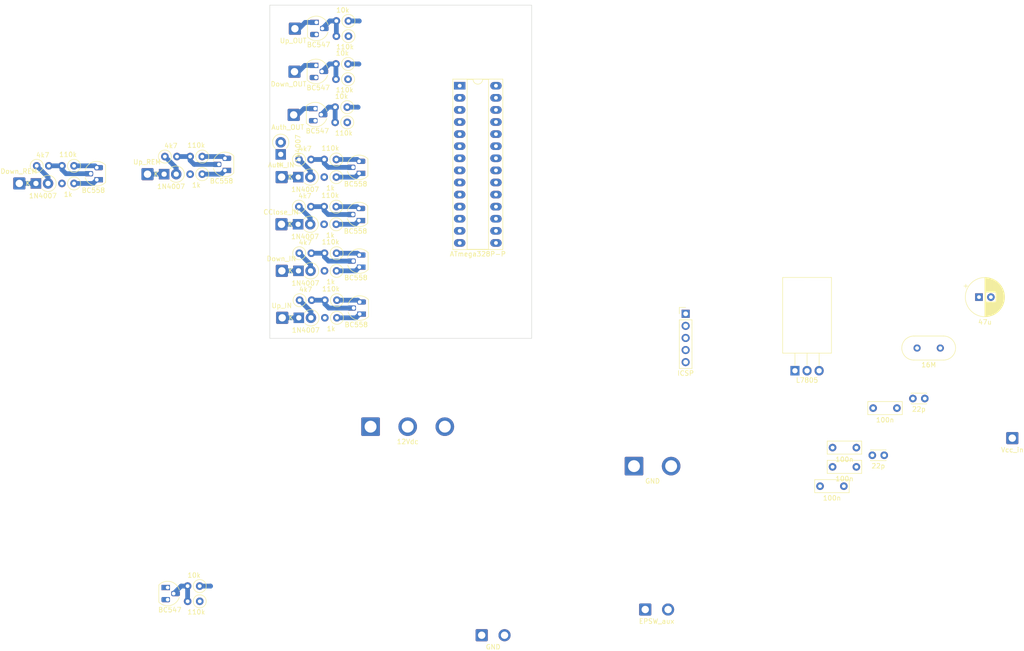
<source format=kicad_pcb>
(kicad_pcb (version 20211014) (generator pcbnew)
  (layers (0 "F.Cu" signal) (31 "B.Cu" signal) (34 "B.Paste" user) (35 "F.Paste" user) (36 "B.SilkS" user "B.Silkscreen") (37 "F.SilkS" user "F.Silkscreen") (38 "B.Mask" user) (39 "F.Mask" user) (44 "Edge.Cuts" user))
  (net 0 "")
  (net 1 "Net-(C1-Pad1)")
  (net 2 "GND")
  (net 3 "Net-(C2-Pad1)")
  (net 4 "Net-(C3-Pad1)")
  (net 5 "Net-(C4-Pad1)")
  (net 6 "Net-(C7-Pad1)")
  (net 7 "Net-(D2-Pad2)")
  (net 8 "Net-(D3-Pad2)")
  (net 9 "Net-(D4-Pad2)")
  (net 10 "Net-(D5-Pad2)")
  (net 11 "Net-(D6-Pad2)")
  (net 12 "Net-(D7-Pad2)")
  (net 13 "Net-(J5-Pad1)")
  (net 14 "Net-(J5-Pad2)")
  (net 15 "Net-(J5-Pad3)")
  (net 16 "Net-(J5-Pad4)")
  (net 17 "Net-(Q1-Pad2)")
  (net 18 "Net-(Q2-Pad2)")
  (net 19 "Net-(Q3-Pad2)")
  (net 20 "Net-(Q4-Pad1)")
  (net 21 "Net-(Q4-Pad2)")
  (net 22 "Net-(Q5-Pad1)")
  (net 23 "Net-(Q5-Pad2)")
  (net 24 "Net-(Q6-Pad1)")
  (net 25 "Net-(Q6-Pad2)")
  (net 26 "Net-(Q7-Pad1)")
  (net 27 "Net-(Q7-Pad2)")
  (net 28 "Net-(Q8-Pad1)")
  (net 29 "Net-(Q8-Pad2)")
  (net 30 "Net-(Q9-Pad1)")
  (net 31 "Net-(Q9-Pad2)")
  (net 32 "Net-(R11-Pad1)")
  (net 33 "Net-(R12-Pad1)")
  (net 34 "Net-(R13-Pad1)")
  (net 43 "Net-(D1-Pad1)")
  (net 44 "Net-(D1-Pad2)")
  (net 45 "Net-(D2-Pad1)")
  (net 46 "Net-(D3-Pad1)")
  (net 47 "Net-(D4-Pad1)")
  (net 48 "Net-(D6-Pad1)")
  (net 49 "Net-(D7-Pad1)")
  (net 50 "Net-(J3-Pad1)")
  (net 51 "Net-(J6-Pad1)")
  (net 52 "Net-(J7-Pad1)")
  (net 53 "Net-(Q10-Pad2)")
  (net 54 "Net-(J16-Pad1)")
  (footprint "Package_DIP:DIP-28_W7.62mm_Socket_LongPads" (layer "F.Cu") (at 139.878 46.93)
    (fp_text reference "U1" hide)
    (fp_text value "ATmega328P-P" (at 3.81 35.35) (layer "F.SilkS"))
    (pad "1" thru_hole rect (at 0 0) (size 2.4 1.6) (drill 0.8) (layers *.Cu *.Mask) (net 13 "Net-(J5-Pad1)"))
    (pad "2" thru_hole oval (at 0 2.54) (size 2.4 1.6) (drill 0.8) (layers *.Cu *.Mask))
    (pad "3" thru_hole oval (at 0 5.08) (size 2.4 1.6) (drill 0.8) (layers *.Cu *.Mask))
    (pad "4" thru_hole oval (at 0 7.62) (size 2.4 1.6) (drill 0.8) (layers *.Cu *.Mask))
    (pad "5" thru_hole oval (at 0 10.16) (size 2.4 1.6) (drill 0.8) (layers *.Cu *.Mask))
    (pad "6" thru_hole oval (at 0 12.7) (size 2.4 1.6) (drill 0.8) (layers *.Cu *.Mask))
    (pad "7" thru_hole oval (at 0 15.24) (size 2.4 1.6) (drill 0.8) (layers *.Cu *.Mask) (net 5 "Net-(C4-Pad1)"))
    (pad "8" thru_hole oval (at 0 17.78) (size 2.4 1.6) (drill 0.8) (layers *.Cu *.Mask) (net 2 "GND"))
    (pad "9" thru_hole oval (at 0 20.32) (size 2.4 1.6) (drill 0.8) (layers *.Cu *.Mask) (net 1 "Net-(C1-Pad1)"))
    (pad "10" thru_hole oval (at 0 22.86) (size 2.4 1.6) (drill 0.8) (layers *.Cu *.Mask) (net 3 "Net-(C2-Pad1)"))
    (pad "11" thru_hole oval (at 0 25.4) (size 2.4 1.6) (drill 0.8) (layers *.Cu *.Mask) (net 30 "Net-(Q9-Pad1)"))
    (pad "12" thru_hole oval (at 0 27.94) (size 2.4 1.6) (drill 0.8) (layers *.Cu *.Mask) (net 28 "Net-(Q8-Pad1)"))
    (pad "13" thru_hole oval (at 0 30.48) (size 2.4 1.6) (drill 0.8) (layers *.Cu *.Mask) (net 26 "Net-(Q7-Pad1)"))
    (pad "14" thru_hole oval (at 0 33.02) (size 2.4 1.6) (drill 0.8) (layers *.Cu *.Mask) (net 34 "Net-(R13-Pad1)"))
    (pad "15" thru_hole oval (at 7.62 33.02) (size 2.4 1.6) (drill 0.8) (layers *.Cu *.Mask) (net 33 "Net-(R12-Pad1)"))
    (pad "16" thru_hole oval (at 7.62 30.48) (size 2.4 1.6) (drill 0.8) (layers *.Cu *.Mask) (net 32 "Net-(R11-Pad1)"))
    (pad "17" thru_hole oval (at 7.62 27.94) (size 2.4 1.6) (drill 0.8) (layers *.Cu *.Mask) (net 14 "Net-(J5-Pad2)"))
    (pad "18" thru_hole oval (at 7.62 25.4) (size 2.4 1.6) (drill 0.8) (layers *.Cu *.Mask) (net 15 "Net-(J5-Pad3)"))
    (pad "19" thru_hole oval (at 7.62 22.86) (size 2.4 1.6) (drill 0.8) (layers *.Cu *.Mask) (net 16 "Net-(J5-Pad4)"))
    (pad "20" thru_hole oval (at 7.62 20.32) (size 2.4 1.6) (drill 0.8) (layers *.Cu *.Mask) (net 5 "Net-(C4-Pad1)"))
    (pad "21" thru_hole oval (at 7.62 17.78) (size 2.4 1.6) (drill 0.8) (layers *.Cu *.Mask) (net 6 "Net-(C7-Pad1)"))
    (pad "22" thru_hole oval (at 7.62 15.24) (size 2.4 1.6) (drill 0.8) (layers *.Cu *.Mask) (net 2 "GND"))
    (pad "23" thru_hole oval (at 7.62 12.7) (size 2.4 1.6) (drill 0.8) (layers *.Cu *.Mask) (net 24 "Net-(Q6-Pad1)"))
    (pad "24" thru_hole oval (at 7.62 10.16) (size 2.4 1.6) (drill 0.8) (layers *.Cu *.Mask) (net 22 "Net-(Q5-Pad1)"))
    (pad "25" thru_hole oval (at 7.62 7.62) (size 2.4 1.6) (drill 0.8) (layers *.Cu *.Mask) (net 20 "Net-(Q4-Pad1)"))
    (pad "26" thru_hole oval (at 7.62 5.08) (size 2.4 1.6) (drill 0.8) (layers *.Cu *.Mask))
    (pad "27" thru_hole oval (at 7.62 2.54) (size 2.4 1.6) (drill 0.8) (layers *.Cu *.Mask))
    (pad "28" thru_hole oval (at 7.62 0) (size 2.4 1.6) (drill 0.8) (layers *.Cu *.Mask))
  )
  (footprint "Diode_THT:D_DO-41_SOD81_P2.54mm_Vertical_KathodeUp" (layer "F.Cu") (at 77.795 65.505)
    (fp_text reference "D3" hide)
    (fp_text value "1N4007" (at 1.46 2.6) (layer "F.SilkS"))
    (fp_text user "K" (at -1.64 0) (layer "F.SilkS"))
    (pad "1" thru_hole rect (at 0 0) (size 2.2 2.2) (drill 1.1) (layers *.Cu *.Mask) (net 46 "Net-(D3-Pad1)"))
    (pad "2" thru_hole oval (at 2.54 0) (size 2.2 2.2) (drill 1.1) (layers *.Cu *.Mask) (net 8 "Net-(D3-Pad2)"))
  )
  (footprint "Capacitor_THT:C_Rect_L7.0mm_W2.5mm_P5.00mm" (layer "F.Cu") (at 215.57 131.04)
    (fp_text reference "C5" hide)
    (fp_text value "100n" (at 2.5 2.5) (layer "F.SilkS"))
    (pad "1" thru_hole circle (at 0 0) (size 1.6 1.6) (drill 0.8) (layers *.Cu *.Mask) (net 5 "Net-(C4-Pad1)"))
    (pad "2" thru_hole circle (at 5 0) (size 1.6 1.6) (drill 0.8) (layers *.Cu *.Mask) (net 2 "GND"))
  )
  (footprint "Connector_Wire:SolderWire-0.75sqmm_1x01_D1.25mm_OD2.3mm" (layer "F.Cu") (at 102.526 85.81)
    (fp_text reference "J10" hide)
    (fp_text value "Down_IN" (at -0.1 -2.55) (layer "F.SilkS"))
    (pad "1" thru_hole roundrect (at 0 0) (size 2.55 2.55) (drill 1.55) (layers *.Cu *.Mask) (roundrect_rratio 0.098039) (net 48 "Net-(D6-Pad1)"))
  )
  (footprint "Diode_THT:D_DO-41_SOD81_P2.54mm_Vertical_KathodeUp" (layer "F.Cu") (at 50.87 67.455)
    (fp_text reference "D4" hide)
    (fp_text value "1N4007" (at 1.46 2.6) (layer "F.SilkS"))
    (fp_text user "K" (at -1.64 0) (layer "F.SilkS"))
    (pad "1" thru_hole rect (at 0 0) (size 2.2 2.2) (drill 1.1) (layers *.Cu *.Mask) (net 47 "Net-(D4-Pad1)"))
    (pad "2" thru_hole oval (at 2.54 0) (size 2.2 2.2) (drill 1.1) (layers *.Cu *.Mask) (net 9 "Net-(D4-Pad2)"))
  )
  (footprint "Package_TO_SOT_THT:TO-220-3_Horizontal_TabDown" (layer "F.Cu") (at 210.3 106.79)
    (fp_text reference "U2" hide)
    (fp_text value "L7805" (at 2.54 2) (layer "F.SilkS"))
    (pad "" np_thru_hole oval (at 2.54 -16.66) (size 3.5 3.5) (drill 3.5) (layers *.Cu *.Mask))
    (pad "1" thru_hole rect (at 0 0) (size 1.905 2) (drill 1.1) (layers *.Cu *.Mask) (net 4 "Net-(C3-Pad1)"))
    (pad "2" thru_hole oval (at 2.54 0) (size 1.905 2) (drill 1.1) (layers *.Cu *.Mask) (net 2 "GND"))
    (pad "3" thru_hole oval (at 5.08 0) (size 1.905 2) (drill 1.1) (layers *.Cu *.Mask) (net 5 "Net-(C4-Pad1)"))
  )
  (footprint "Resistor_THT:R_Axial_DIN0207_L6.3mm_D2.5mm_P2.54mm_Vertical" (layer "F.Cu") (at 116.515 36.521 180)
    (fp_text reference "R2" hide)
    (fp_text value "110k" (at 0.725 -2.25) (layer "F.SilkS"))
    (pad "1" thru_hole circle (at 0 0 180) (size 1.6 1.6) (drill 0.8) (layers *.Cu *.Mask) (net 2 "GND"))
    (pad "2" thru_hole oval (at 2.54 0 180) (size 1.6 1.6) (drill 0.8) (layers *.Cu *.Mask) (net 17 "Net-(Q1-Pad2)"))
  )
  (footprint "Resistor_THT:R_Axial_DIN0207_L6.3mm_D2.5mm_P2.54mm_Vertical" (layer "F.Cu") (at 114.095 95.675 180)
    (fp_text reference "R24" hide)
    (fp_text value "1k" (at 1.245 -2.3) (layer "F.SilkS"))
    (pad "1" thru_hole circle (at 0 0 180) (size 1.6 1.6) (drill 0.8) (layers *.Cu *.Mask) (net 30 "Net-(Q9-Pad1)"))
    (pad "2" thru_hole oval (at 2.54 0 180) (size 1.6 1.6) (drill 0.8) (layers *.Cu *.Mask) (net 2 "GND"))
  )
  (footprint "Resistor_THT:R_Axial_DIN0207_L6.3mm_D2.5mm_P2.54mm_Vertical" (layer "F.Cu") (at 113.97 62.424 180)
    (fp_text reference "R16" hide)
    (fp_text value "110k" (at 1.27 2.37) (layer "F.SilkS"))
    (pad "1" thru_hole circle (at 0 0 180) (size 1.6 1.6) (drill 0.8) (layers *.Cu *.Mask) (net 5 "Net-(C4-Pad1)"))
    (pad "2" thru_hole oval (at 2.54 0 180) (size 1.6 1.6) (drill 0.8) (layers *.Cu *.Mask) (net 27 "Net-(Q7-Pad2)"))
  )
  (footprint "Resistor_THT:R_Axial_DIN0207_L6.3mm_D2.5mm_P2.54mm_Vertical" (layer "F.Cu") (at 116.261 54.6285 180)
    (fp_text reference "R4" hide)
    (fp_text value "110k" (at 0.725 -2.25) (layer "F.SilkS"))
    (pad "1" thru_hole circle (at 0 0 180) (size 1.6 1.6) (drill 0.8) (layers *.Cu *.Mask) (net 2 "GND"))
    (pad "2" thru_hole oval (at 2.54 0 180) (size 1.6 1.6) (drill 0.8) (layers *.Cu *.Mask) (net 19 "Net-(Q3-Pad2)"))
  )
  (footprint "Capacitor_THT:C_Disc_D3.0mm_W2.0mm_P2.50mm" (layer "F.Cu") (at 226.55 124.55)
    (fp_text reference "C1" hide)
    (fp_text value "22p" (at 1.25 2.25) (layer "F.SilkS"))
    (pad "1" thru_hole circle (at 0 0) (size 1.6 1.6) (drill 0.8) (layers *.Cu *.Mask) (net 1 "Net-(C1-Pad1)"))
    (pad "2" thru_hole circle (at 2.5 0) (size 1.6 1.6) (drill 0.8) (layers *.Cu *.Mask) (net 2 "GND"))
  )
  (footprint "Package_TO_SOT_THT:TO-92_HandSolder" (layer "F.Cu") (at 90.575 64.725 90)
    (fp_text reference "Q5" hide)
    (fp_text value "BC558" (at -2.23 -0.72) (layer "F.SilkS"))
    (pad "1" thru_hole rect (at 0 0 90) (size 1.1 1.8) (drill 0.75 (offset 0 0.4)) (layers *.Cu *.Mask) (net 22 "Net-(Q5-Pad1)"))
    (pad "2" thru_hole roundrect (at 1.27 -1.27 90) (size 1.1 1.8) (drill 0.75 (offset 0 -0.4)) (layers *.Cu *.Mask) (net 23 "Net-(Q5-Pad2)"))
    (pad "3" thru_hole roundrect (at 2.54 0 90) (size 1.1 1.8) (drill 0.75 (offset 0 0.4)) (layers *.Cu *.Mask) (net 5 "Net-(C4-Pad1)"))
  )
  (footprint "Package_TO_SOT_THT:TO-92_HandSolder" (layer "F.Cu") (at 118.87 94.895 90)
    (fp_text reference "Q9" hide)
    (fp_text value "BC558" (at -2.23 -0.72) (layer "F.SilkS"))
    (pad "1" thru_hole rect (at 0 0 90) (size 1.1 1.8) (drill 0.75 (offset 0 0.4)) (layers *.Cu *.Mask) (net 30 "Net-(Q9-Pad1)"))
    (pad "2" thru_hole roundrect (at 1.27 -1.27 90) (size 1.1 1.8) (drill 0.75 (offset 0 -0.4)) (layers *.Cu *.Mask) (net 31 "Net-(Q9-Pad2)"))
    (pad "3" thru_hole roundrect (at 2.54 0 90) (size 1.1 1.8) (drill 0.75 (offset 0 0.4)) (layers *.Cu *.Mask) (net 5 "Net-(C4-Pad1)"))
  )
  (footprint "Connector_Wire:SolderWire-0.75sqmm_1x01_D1.25mm_OD2.3mm" (layer "F.Cu") (at 102.6 95.675)
    (fp_text reference "J11" hide)
    (fp_text value "Up_IN" (at -0.1 -2.55) (layer "F.SilkS"))
    (pad "1" thru_hole roundrect (at 0 0) (size 2.55 2.55) (drill 1.55) (layers *.Cu *.Mask) (roundrect_rratio 0.098039) (net 49 "Net-(D7-Pad1)"))
  )
  (footprint "Resistor_THT:R_Axial_DIN0207_L6.3mm_D2.5mm_P2.54mm_Vertical" (layer "F.Cu") (at 58.875 63.755 180)
    (fp_text reference "R15" hide)
    (fp_text value "110k" (at 1.27 2.37 180) (layer "F.SilkS"))
    (pad "1" thru_hole circle (at 0 0 180) (size 1.6 1.6) (drill 0.8) (layers *.Cu *.Mask) (net 5 "Net-(C4-Pad1)"))
    (pad "2" thru_hole oval (at 2.54 0 180) (size 1.6 1.6) (drill 0.8) (layers *.Cu *.Mask) (net 25 "Net-(Q6-Pad2)"))
  )
  (footprint "Capacitor_THT:C_Rect_L7.0mm_W2.5mm_P5.00mm" (layer "F.Cu") (at 218.2 122.94)
    (fp_text reference "C6" hide)
    (fp_text value "100n" (at 2.5 2.5) (layer "F.SilkS"))
    (pad "1" thru_hole circle (at 0 0) (size 1.6 1.6) (drill 0.8) (layers *.Cu *.Mask) (net 5 "Net-(C4-Pad1)"))
    (pad "2" thru_hole circle (at 5 0) (size 1.6 1.6) (drill 0.8) (layers *.Cu *.Mask) (net 2 "GND"))
  )
  (footprint "Connector_Wire:SolderWire-0.75sqmm_1x01_D1.25mm_OD2.3mm" (layer "F.Cu") (at 47.38 67.455)
    (fp_text reference "J13" hide)
    (fp_text value "Down_REM" (at -0.1 -2.55) (layer "F.SilkS"))
    (pad "1" thru_hole roundrect (at 0 0) (size 2.55 2.55) (drill 1.55) (layers *.Cu *.Mask) (roundrect_rratio 0.098039) (net 47 "Net-(D4-Pad1)"))
  )
  (footprint "Resistor_THT:R_Axial_DIN0207_L6.3mm_D2.5mm_P2.54mm_Vertical" (layer "F.Cu") (at 85.27 152.025 180)
    (fp_text reference "R25" hide)
    (fp_text value "10k" (at 1.195 2.27) (layer "F.SilkS"))
    (pad "1" thru_hole circle (at 0 0 180) (size 1.6 1.6) (drill 0.8) (layers *.Cu *.Mask) (net 14 "Net-(J5-Pad2)"))
    (pad "2" thru_hole oval (at 2.54 0 180) (size 1.6 1.6) (drill 0.8) (layers *.Cu *.Mask) (net 53 "Net-(Q10-Pad2)"))
  )
  (footprint "Resistor_THT:R_Axial_DIN0207_L6.3mm_D2.5mm_P2.54mm_Vertical" (layer "F.Cu") (at 116.256 51.4285 180)
    (fp_text reference "R13" hide)
    (fp_text value "10k" (at 1.195 2.27) (layer "F.SilkS"))
    (pad "1" thru_hole circle (at 0 0 180) (size 1.6 1.6) (drill 0.8) (layers *.Cu *.Mask) (net 34 "Net-(R13-Pad1)"))
    (pad "2" thru_hole oval (at 2.54 0 180) (size 1.6 1.6) (drill 0.8) (layers *.Cu *.Mask) (net 19 "Net-(Q3-Pad2)"))
  )
  (footprint "Resistor_THT:R_Axial_DIN0207_L6.3mm_D2.5mm_P2.54mm_Vertical" (layer "F.Cu") (at 106.25 91.975)
    (fp_text reference "R9" hide)
    (fp_text value "4k7" (at 1.27 -2.25) (layer "F.SilkS"))
    (pad "1" thru_hole circle (at 0 0) (size 1.6 1.6) (drill 0.8) (layers *.Cu *.Mask) (net 12 "Net-(D7-Pad2)"))
    (pad "2" thru_hole oval (at 2.54 0) (size 1.6 1.6) (drill 0.8) (layers *.Cu *.Mask) (net 31 "Net-(Q9-Pad2)"))
  )
  (footprint "Package_TO_SOT_THT:TO-92_HandSolder" (layer "F.Cu") (at 109.516 51.7335 -90)
    (fp_text reference "Q3" hide)
    (fp_text value "BC547" (at 4.695 -0.47) (layer "F.SilkS"))
    (pad "1" thru_hole rect (at 0 0 270) (size 1.1 1.8) (drill 0.75 (offset 0 0.4)) (layers *.Cu *.Mask) (net 44 "Net-(D1-Pad2)"))
    (pad "2" thru_hole roundrect (at 1.27 -1.27 270) (size 1.1 1.8) (drill 0.75 (offset 0 -0.4)) (layers *.Cu *.Mask) (net 19 "Net-(Q3-Pad2)"))
    (pad "3" thru_hole roundrect (at 2.54 0 270) (size 1.1 1.8) (drill 0.75 (offset 0 0.4)) (layers *.Cu *.Mask) (net 2 "GND"))
  )
  (footprint "Resistor_THT:R_Axial_DIN0207_L6.3mm_D2.5mm_P2.54mm_Vertical" (layer "F.Cu") (at 113.941 76.03 180)
    (fp_text reference "R19" hide)
    (fp_text value "1k" (at 1.245 -2.3) (layer "F.SilkS"))
    (pad "1" thru_hole circle (at 0 0 180) (size 1.6 1.6) (drill 0.8) (layers *.Cu *.Mask) (net 20 "Net-(Q4-Pad1)"))
    (pad "2" thru_hole oval (at 2.54 0 180) (size 1.6 1.6) (drill 0.8) (layers *.Cu *.Mask) (net 2 "GND"))
  )
  (footprint "Diode_THT:D_DO-41_SOD81_P2.54mm_Vertical_KathodeUp" (layer "F.Cu") (at 105.936 76.03)
    (fp_text reference "D2" hide)
    (fp_text value "1N4007" (at 1.46 2.6) (layer "F.SilkS"))
    (fp_text user "K" (at -1.64 0) (layer "F.SilkS"))
    (pad "1" thru_hole rect (at 0 0) (size 2.2 2.2) (drill 1.1) (layers *.Cu *.Mask) (net 45 "Net-(D2-Pad1)"))
    (pad "2" thru_hole oval (at 2.54 0) (size 2.2 2.2) (drill 1.1) (layers *.Cu *.Mask) (net 7 "Net-(D2-Pad2)"))
  )
  (footprint "Resistor_THT:R_Axial_DIN0207_L6.3mm_D2.5mm_P2.54mm_Vertical" (layer "F.Cu") (at 116.4255 42.358 180)
    (fp_text reference "R12" hide)
    (fp_text value "10k" (at 1.195 2.27) (layer "F.SilkS"))
    (pad "1" thru_hole circle (at 0 0 180) (size 1.6 1.6) (drill 0.8) (layers *.Cu *.Mask) (net 33 "Net-(R12-Pad1)"))
    (pad "2" thru_hole oval (at 2.54 0 180) (size 1.6 1.6) (drill 0.8) (layers *.Cu *.Mask) (net 18 "Net-(Q2-Pad2)"))
  )
  (footprint "Connector_Wire:SolderWire-0.75sqmm_1x01_D1.25mm_OD2.3mm" (layer "F.Cu") (at 255.95 120.95)
    (fp_text reference "J1" hide)
    (fp_text value "Vcc_in" (at 0 2.47) (layer "F.SilkS"))
    (pad "1" thru_hole roundrect (at 0 0) (size 2.55 2.55) (drill 1.55) (layers *.Cu *.Mask) (roundrect_rratio 0.098039) (net 4 "Net-(C3-Pad1)"))
  )
  (footprint "Diode_THT:D_DO-41_SOD81_P2.54mm_Vertical_KathodeUp" (layer "F.Cu") (at 106.09 95.675)
    (fp_text reference "D7" hide)
    (fp_text value "1N4007" (at 1.46 2.6) (layer "F.SilkS"))
    (fp_text user "K" (at -1.64 0) (layer "F.SilkS"))
    (pad "1" thru_hole rect (at 0 0) (size 2.2 2.2) (drill 1.1) (layers *.Cu *.Mask) (net 49 "Net-(D7-Pad1)"))
    (pad "2" thru_hole oval (at 2.54 0) (size 2.2 2.2) (drill 1.1) (layers *.Cu *.Mask) (net 12 "Net-(D7-Pad2)"))
  )
  (footprint "Package_TO_SOT_THT:TO-92_HandSolder" (layer "F.Cu") (at 109.6855 42.663 -90)
    (fp_text reference "Q2" hide)
    (fp_text value "BC547" (at 4.695 -0.47) (layer "F.SilkS"))
    (pad "1" thru_hole rect (at 0 0 270) (size 1.1 1.8) (drill 0.75 (offset 0 0.4)) (layers *.Cu *.Mask) (net 52 "Net-(J7-Pad1)"))
    (pad "2" thru_hole roundrect (at 1.27 -1.27 270) (size 1.1 1.8) (drill 0.75 (offset 0 -0.4)) (layers *.Cu *.Mask) (net 18 "Net-(Q2-Pad2)"))
    (pad "3" thru_hole roundrect (at 2.54 0 270) (size 1.1 1.8) (drill 0.75 (offset 0 0.4)) (layers *.Cu *.Mask) (net 2 "GND"))
  )
  (footprint "Connector_PinHeader_2.54mm:PinHeader_1x05_P2.54mm_Vertical" (layer "F.Cu") (at 187.34 94.83)
    (fp_text reference "J5" hide)
    (fp_text value "ICSP" (at 0 12.49) (layer "F.SilkS"))
    (pad "1" thru_hole rect (at 0 0) (size 1.7 1.7) (drill 1) (layers *.Cu *.Mask) (net 13 "Net-(J5-Pad1)"))
    (pad "2" thru_hole oval (at 0 2.54) (size 1.7 1.7) (drill 1) (layers *.Cu *.Mask) (net 14 "Net-(J5-Pad2)"))
    (pad "3" thru_hole oval (at 0 5.08) (size 1.7 1.7) (drill 1) (layers *.Cu *.Mask) (net 15 "Net-(J5-Pad3)"))
    (pad "4" thru_hole oval (at 0 7.62) (size 1.7 1.7) (drill 1) (layers *.Cu *.Mask) (net 16 "Net-(J5-Pad4)"))
    (pad "5" thru_hole oval (at 0 10.16) (size 1.7 1.7) (drill 1) (layers *.Cu *.Mask) (net 2 "GND"))
  )
  (footprint "Connector_Wire:SolderWire-0.75sqmm_1x01_D1.25mm_OD2.3mm" (layer "F.Cu") (at 105.1805 43.983)
    (fp_text reference "J7" hide)
    (fp_text value "Down_OUT" (at -1.25 2.6) (layer "F.SilkS"))
    (pad "1" thru_hole roundrect (at 0 0) (size 2.55 2.55) (drill 1.55) (layers *.Cu *.Mask) (roundrect_rratio 0.098039) (net 52 "Net-(J7-Pad1)"))
  )
  (footprint "Connector_Wire:SolderWire-0.75sqmm_1x02_P4.8mm_D1.25mm_OD2.3mm" (layer "F.Cu") (at 144.5 162.35)
    (fp_text reference "J2" hide)
    (fp_text value "GND" (at 2.4 2.47) (layer "F.SilkS"))
    (pad "1" thru_hole roundrect (at 0 0) (size 2.55 2.55) (drill 1.55) (layers *.Cu *.Mask) (roundrect_rratio 0.098039) (net 2 "GND"))
    (pad "2" thru_hole circle (at 4.8 0) (size 2.55 2.55) (drill 1.55) (layers *.Cu *.Mask) (net 2 "GND"))
  )
  (footprint "Resistor_THT:R_Axial_DIN0207_L6.3mm_D2.5mm_P2.54mm_Vertical" (layer "F.Cu") (at 106.096 72.33)
    (fp_text reference "R1" hide)
    (fp_text value "4k7" (at 1.27 -2.25) (layer "F.SilkS"))
    (pad "1" thru_hole circle (at 0 0) (size 1.6 1.6) (drill 0.8) (layers *.Cu *.Mask) (net 7 "Net-(D2-Pad2)"))
    (pad "2" thru_hole oval (at 2.54 0) (size 1.6 1.6) (drill 0.8) (layers *.Cu *.Mask) (net 21 "Net-(Q4-Pad2)"))
  )
  (footprint "Capacitor_THT:C_Disc_D3.0mm_W2.0mm_P2.50mm" (layer "F.Cu") (at 235.07 112.63)
    (fp_text reference "C2" hide)
    (fp_text value "22p" (at 1.25 2.25) (layer "F.SilkS"))
    (pad "1" thru_hole circle (at 0 0) (size 1.6 1.6) (drill 0.8) (layers *.Cu *.Mask) (net 3 "Net-(C2-Pad1)"))
    (pad "2" thru_hole circle (at 2.5 0) (size 1.6 1.6) (drill 0.8) (layers *.Cu *.Mask) (net 2 "GND"))
  )
  (footprint "Crystal:Crystal_HC49-U_Vertical" (layer "F.Cu") (at 235.95 102.03)
    (fp_text reference "Y1" hide)
    (fp_text value "16M" (at 2.44 3.525) (layer "F.SilkS"))
    (pad "1" thru_hole circle (at 0 0) (size 1.5 1.5) (drill 0.8) (layers *.Cu *.Mask) (net 3 "Net-(C2-Pad1)"))
    (pad "2" thru_hole circle (at 4.88 0) (size 1.5 1.5) (drill 0.8) (layers *.Cu *.Mask) (net 1 "Net-(C1-Pad1)"))
  )
  (footprint "Package_TO_SOT_THT:TO-92_HandSolder" (layer "F.Cu") (at 118.716 75.25 90)
    (fp_text reference "Q4" hide)
    (fp_text value "BC558" (at -2.23 -0.72) (layer "F.SilkS"))
    (pad "1" thru_hole rect (at 0 0 90) (size 1.1 1.8) (drill 0.75 (offset 0 0.4)) (layers *.Cu *.Mask) (net 20 "Net-(Q4-Pad1)"))
    (pad "2" thru_hole roundrect (at 1.27 -1.27 90) (size 1.1 1.8) (drill 0.75 (offset 0 -0.4)) (layers *.Cu *.Mask) (net 21 "Net-(Q4-Pad2)"))
    (pad "3" thru_hole roundrect (at 2.54 0 90) (size 1.1 1.8) (drill 0.75 (offset 0 0.4)) (layers *.Cu *.Mask) (net 5 "Net-(C4-Pad1)"))
  )
  (footprint "Connector_Wire:SolderWire-2sqmm_1x03_P7.8mm_D2mm_OD3.9mm" (layer "F.Cu") (at 121.156 118.542)
    (fp_text reference "J16" hide)
    (fp_text value "12Vdc" (at 7.8 3.15) (layer "F.SilkS"))
    (pad "1" thru_hole roundrect (at 0 0) (size 3.9 3.9) (drill 2.5) (layers *.Cu *.Mask) (roundrect_rratio 0.064103) (net 54 "Net-(J16-Pad1)"))
    (pad "2" thru_hole circle (at 7.8 0) (size 3.9 3.9) (drill 2.5) (layers *.Cu *.Mask) (net 54 "Net-(J16-Pad1)"))
    (pad "3" thru_hole circle (at 15.6 0) (size 3.9 3.9) (drill 2.5) (layers *.Cu *.Mask) (net 54 "Net-(J16-Pad1)"))
  )
  (footprint "Connector_Wire:SolderWire-0.75sqmm_1x02_P4.8mm_D1.25mm_OD2.3mm" (layer "F.Cu") (at 178.85 156.95)
    (fp_text reference "J3" hide)
    (fp_text value "EPSW_aux" (at 2.4 2.47) (layer "F.SilkS"))
    (pad "1" thru_hole roundrect (at 0 0) (size 2.55 2.55) (drill 1.55) (layers *.Cu *.Mask) (roundrect_rratio 0.098039) (net 50 "Net-(J3-Pad1)"))
    (pad "2" thru_hole circle (at 4.8 0) (size 2.55 2.55) (drill 1.55) (layers *.Cu *.Mask) (net 5 "Net-(C4-Pad1)"))
  )
  (footprint "Diode_THT:D_DO-41_SOD81_P2.54mm_Vertical_KathodeUp" (layer "F.Cu") (at 105.965 66.124)
    (fp_text reference "D5" hide)
    (fp_text value "1N4007" (at 1.46 2.6) (layer "F.SilkS"))
    (fp_text user "K" (at -1.64 0) (layer "F.SilkS"))
    (pad "1" thru_hole rect (at 0 0) (size 2.2 2.2) (drill 1.1) (layers *.Cu *.Mask) (net 43 "Net-(D1-Pad1)"))
    (pad "2" thru_hole oval (at 2.54 0) (size 2.2 2.2) (drill 1.1) (layers *.Cu *.Mask) (net 10 "Net-(D5-Pad2)"))
  )
  (footprint "Resistor_THT:R_Axial_DIN0207_L6.3mm_D2.5mm_P2.54mm_Vertical" (layer "F.Cu") (at 51.03 63.755)
    (fp_text reference "R6" hide)
    (fp_text value "4k7" (at 1.27 -2.25) (layer "F.SilkS"))
    (pad "1" thru_hole circle (at 0 0) (size 1.6 1.6) (drill 0.8) (layers *.Cu *.Mask) (net 9 "Net-(D4-Pad2)"))
    (pad "2" thru_hole oval (at 2.54 0) (size 1.6 1.6) (drill 0.8) (layers *.Cu *.Mask) (net 25 "Net-(Q6-Pad2)"))
  )
  (footprint "Package_TO_SOT_THT:TO-92_HandSolder" (layer "F.Cu") (at 109.77 33.626 -90)
    (fp_text reference "Q1" hide)
    (fp_text value "BC547" (at 4.695 -0.47) (layer "F.SilkS"))
    (pad "1" thru_hole rect (at 0 0 270) (size 1.1 1.8) (drill 0.75 (offset 0 0.4)) (layers *.Cu *.Mask) (net 51 "Net-(J6-Pad1)"))
    (pad "2" thru_hole roundrect (at 1.27 -1.27 270) (size 1.1 1.8) (drill 0.75 (offset 0 -0.4)) (layers *.Cu *.Mask) (net 17 "Net-(Q1-Pad2)"))
    (pad "3" thru_hole roundrect (at 2.54 0 270) (size 1.1 1.8) (drill 0.75 (offset 0 0.4)) (layers *.Cu *.Mask) (net 2 "GND"))
  )
  (footprint "Diode_THT:D_DO-41_SOD81_P2.54mm_Vertical_KathodeUp" (layer "F.Cu") (at 106.016 85.81)
    (fp_text reference "D6" hide)
    (fp_text value "1N4007" (at 1.46 2.6) (layer "F.SilkS"))
    (fp_text user "K" (at -1.64 0) (layer "F.SilkS"))
    (pad "1" thru_hole rect (at 0 0) (size 2.2 2.2) (drill 1.1) (layers *.Cu *.Mask) (net 48 "Net-(D6-Pad1)"))
    (pad "2" thru_hole oval (at 2.54 0) (size 2.2 2.2) (drill 1.1) (layers *.Cu *.Mask) (net 11 "Net-(D6-Pad2)"))
  )
  (footprint "Resistor_THT:R_Axial_DIN0207_L6.3mm_D2.5mm_P2.54mm_Vertical" (layer "F.Cu") (at 85.275 155.225 180)
    (fp_text reference "R26" hide)
    (fp_text value "110k" (at 0.725 -2.25) (layer "F.SilkS"))
    (pad "1" thru_hole circle (at 0 0 180) (size 1.6 1.6) (drill 0.8) (layers *.Cu *.Mask) (net 2 "GND"))
    (pad "2" thru_hole oval (at 2.54 0 180) (size 1.6 1.6) (drill 0.8) (layers *.Cu *.Mask) (net 53 "Net-(Q10-Pad2)"))
  )
  (footprint "Package_TO_SOT_THT:TO-92_HandSolder" (layer "F.Cu") (at 118.796 85.03 90)
    (fp_text reference "Q8" hide)
    (fp_text value "BC558" (at -2.23 -0.72) (layer "F.SilkS"))
    (pad "1" thru_hole rect (at 0 0 90) (size 1.1 1.8) (drill 0.75 (offset 0 0.4)) (layers *.Cu *.Mask) (net 28 "Net-(Q8-Pad1)"))
    (pad "2" thru_hole roundrect (at 1.27 -1.27 90) (size 1.1 1.8) (drill 0.75 (offset 0 -0.4)) (layers *.Cu *.Mask) (net 29 "Net-(Q8-Pad2)"))
    (pad "3" thru_hole roundrect (at 2.54 0 90) (size 1.1 1.8) (drill 0.75 (offset 0 0.4)) (layers *.Cu *.Mask) (net 5 "Net-(C4-Pad1)"))
  )
  (footprint "Resistor_THT:R_Axial_DIN0207_L6.3mm_D2.5mm_P2.54mm_Vertical" (layer "F.Cu") (at 113.97 66.124 180)
    (fp_text reference "R22" hide)
    (fp_text value "1k" (at 1.245 -2.3) (layer "F.SilkS"))
    (pad "1" thru_hole circle (at 0 0 180) (size 1.6 1.6) (drill 0.8) (layers *.Cu *.Mask) (net 26 "Net-(Q7-Pad1)"))
    (pad "2" thru_hole oval (at 2.54 0 180) (size 1.6 1.6) (drill 0.8) (layers *.Cu *.Mask) (net 2 "GND"))
  )
  (footprint "Diode_THT:D_DO-41_SOD81_P2.54mm_Vertical_KathodeUp" (layer "F.Cu") (at 102.286 61.352234 90)
    (fp_text reference "D1" hide)
    (fp_text value "1N4007" (at 1.27 3.639635 90) (layer "F.SilkS"))
    (fp_text user "K" (at -2.1 0 90) (layer "F.SilkS"))
    (pad "1" thru_hole rect (at 0 0 90) (size 2.2 2.2) (drill 1.1) (layers *.Cu *.Mask) (net 43 "Net-(D1-Pad1)"))
    (pad "2" thru_hole oval (at 2.54 0 90) (size 2.2 2.2) (drill 1.1) (layers *.Cu *.Mask) (net 44 "Net-(D1-Pad2)"))
  )
  (footprint "Package_TO_SOT_THT:TO-92_HandSolder" (layer "F.Cu") (at 118.745 65.344 90)
    (fp_text reference "Q7" hide)
    (fp_text value "BC558" (at -2.23 -0.72) (layer "F.SilkS"))
    (pad "1" thru_hole rect (at 0 0 90) (size 1.1 1.8) (drill 0.75 (offset 0 0.4)) (layers *.Cu *.Mask) (net 26 "Net-(Q7-Pad1)"))
    (pad "2" thru_hole roundrect (at 1.27 -1.27 90) (size 1.1 1.8) (drill 0.75 (offset 0 -0.4)) (layers *.Cu *.Mask) (net 27 "Net-(Q7-Pad2)"))
    (pad "3" thru_hole roundrect (at 2.54 0 90) (size 1.1 1.8) (drill 0.75 (offset 0 0.4)) (layers *.Cu *.Mask) (net 5 "Net-(C4-Pad1)"))
  )
  (footprint "Resistor_THT:R_Axial_DIN0207_L6.3mm_D2.5mm_P2.54mm_Vertical" (layer "F.Cu") (at 116.51 33.321 180)
    (fp_text reference "R11" hide)
    (fp_text value "10k" (at 1.195 2.27) (layer "F.SilkS"))
    (pad "1" thru_hole circle (at 0 0 180) (size 1.6 1.6) (drill 0.8) (layers *.Cu *.Mask) (net 32 "Net-(R11-Pad1)"))
    (pad "2" thru_hole oval (at 2.54 0 180) (size 1.6 1.6) (drill 0.8) (layers *.Cu *.Mask) (net 17 "Net-(Q1-Pad2)"))
  )
  (footprint "Resistor_THT:R_Axial_DIN0207_L6.3mm_D2.5mm_P2.54mm_Vertical" (layer "F.Cu") (at 58.875 67.455 180)
    (fp_text reference "R21" hide)
    (fp_text value "1k" (at 1.245 -2.3 180) (layer "F.SilkS"))
    (pad "1" thru_hole circle (at 0 0 180) (size 1.6 1.6) (drill 0.8) (layers *.Cu *.Mask) (net 24 "Net-(Q6-Pad1)"))
    (pad "2" thru_hole oval (at 2.54 0 180) (size 1.6 1.6) (drill 0.8) (layers *.Cu *.Mask) (net 2 "GND"))
  )
  (footprint "Resistor_THT:R_Axial_DIN0207_L6.3mm_D2.5mm_P2.54mm_Vertical" (layer "F.Cu") (at 106.176 82.11)
    (fp_text reference "R8" hide)
    (fp_text value "4k7" (at 1.27 -2.25) (layer "F.SilkS"))
    (pad "1" thru_hole circle (at 0 0) (size 1.6 1.6) (drill 0.8) (layers *.Cu *.Mask) (net 11 "Net-(D6-Pad2)"))
    (pad "2" thru_hole oval (at 2.54 0) (size 1.6 1.6) (drill 0.8) (layers *.Cu *.Mask) (net 29 "Net-(Q8-Pad2)"))
  )
  (footprint "Connector_Wire:SolderWire-0.75sqmm_1x01_D1.25mm_OD2.3mm" (layer "F.Cu") (at 102.475 66.124)
    (fp_text reference "J9" hide)
    (fp_text value "Auth_IN" (at -0.1 -2.55) (layer "F.SilkS"))
    (pad "1" thru_hole roundrect (at 0 0) (size 2.55 2.55) (drill 1.55) (layers *.Cu *.Mask) (roundrect_rratio 0.098039) (net 43 "Net-(D1-Pad1)"))
  )
  (footprint "Capacitor_THT:C_Rect_L7.0mm_W2.5mm_P5.00mm" (layer "F.Cu") (at 218.2 126.99)
    (fp_text reference "C4" hide)
    (fp_text value "100n" (at 2.5 2.5) (layer "F.SilkS"))
    (pad "1" thru_hole circle (at 0 0) (size 1.6 1.6) (drill 0.8) (layers *.Cu *.Mask) (net 5 "Net-(C4-Pad1)"))
    (pad "2" thru_hole circle (at 5 0) (size 1.6 1.6) (drill 0.8) (layers *.Cu *.Mask) (net 2 "GND"))
  )
  (footprint "Connector_Wire:SolderWire-0.75sqmm_1x01_D1.25mm_OD2.3mm" (layer "F.Cu") (at 105.011 53.0535)
    (fp_text reference "J8" hide)
    (fp_text value "Auth_OUT" (at -1.25 2.6) (layer "F.SilkS"))
    (pad "1" thru_hole roundrect (at 0 0) (size 2.55 2.55) (drill 1.55) (layers *.Cu *.Mask) (roundrect_rratio 0.098039) (net 44 "Net-(D1-Pad2)"))
  )
  (footprint "Package_TO_SOT_THT:TO-92_HandSolder" (layer "F.Cu") (at 63.65 66.675 90)
    (fp_text reference "Q6" hide)
    (fp_text value "BC558" (at -2.23 -0.72 180) (layer "F.SilkS"))
    (pad "1" thru_hole rect (at 0 0 90) (size 1.1 1.8) (drill 0.75 (offset 0 0.4)) (layers *.Cu *.Mask) (net 24 "Net-(Q6-Pad1)"))
    (pad "2" thru_hole roundrect (at 1.27 -1.27 90) (size 1.1 1.8) (drill 0.75 (offset 0 -0.4)) (layers *.Cu *.Mask) (net 25 "Net-(Q6-Pad2)"))
    (pad "3" thru_hole roundrect (at 2.54 0 90) (size 1.1 1.8) (drill 0.75 (offset 0 0.4)) (layers *.Cu *.Mask) (net 5 "Net-(C4-Pad1)"))
  )
  (footprint "Resistor_THT:R_Axial_DIN0207_L6.3mm_D2.5mm_P2.54mm_Vertical" (layer "F.Cu") (at 85.8 65.505 180)
    (fp_text reference "R20" hide)
    (fp_text value "1k" (at 1.245 -2.3) (layer "F.SilkS"))
    (pad "1" thru_hole circle (at 0 0 180) (size 1.6 1.6) (drill 0.8) (layers *.Cu *.Mask) (net 22 "Net-(Q5-Pad1)"))
    (pad "2" thru_hole oval (at 2.54 0 180) (size 1.6 1.6) (drill 0.8) (layers *.Cu *.Mask) (net 2 "GND"))
  )
  (footprint "Connector_Wire:SolderWire-0.75sqmm_1x01_D1.25mm_OD2.3mm" (layer "F.Cu") (at 102.446 76.03)
    (fp_text reference "J14" hide)
    (fp_text value "CClose_IN" (at -0.1 -2.55) (layer "F.SilkS"))
    (pad "1" thru_hole roundrect (at 0 0) (size 2.55 2.55) (drill 1.55) (layers *.Cu *.Mask) (roundrect_rratio 0.098039) (net 45 "Net-(D2-Pad1)"))
  )
  (footprint "Package_TO_SOT_THT:TO-92_HandSolder" (layer "F.Cu") (at 78.53 152.33 -90)
    (fp_text reference "Q10" hide)
    (fp_text value "BC547" (at 4.695 -0.47 180) (layer "F.SilkS"))
    (pad "1" thru_hole rect (at 0 0 270) (size 1.1 1.8) (drill 0.75 (offset 0 0.4)) (layers *.Cu *.Mask) (net 50 "Net-(J3-Pad1)"))
    (pad "2" thru_hole roundrect (at 1.27 -1.27 270) (size 1.1 1.8) (drill 0.75 (offset 0 -0.4)) (layers *.Cu *.Mask) (net 53 "Net-(Q10-Pad2)"))
    (pad "3" thru_hole roundrect (at 2.54 0 270) (size 1.1 1.8) (drill 0.75 (offset 0 0.4)) (layers *.Cu *.Mask) (net 2 "GND"))
  )
  (footprint "Connector_Wire:SolderWire-0.75sqmm_1x01_D1.25mm_OD2.3mm" (layer "F.Cu") (at 105.265 34.946)
    (fp_text reference "J6" hide)
    (fp_text value "Up_OUT" (at -0.35 2.525) (layer "F.SilkS"))
    (pad "1" thru_hole roundrect (at 0 0) (size 2.55 2.55) (drill 1.55) (layers *.Cu *.Mask) (roundrect_rratio 0.098039) (net 51 "Net-(J6-Pad1)"))
  )
  (footprint "Resistor_THT:R_Axial_DIN0207_L6.3mm_D2.5mm_P2.54mm_Vertical" (layer "F.Cu") (at 106.125 62.424)
    (fp_text reference "R7" hide)
    (fp_text value "4k7" (at 1.27 -2.25) (layer "F.SilkS"))
    (pad "1" thru_hole circle (at 0 0) (size 1.6 1.6) (drill 0.8) (layers *.Cu *.Mask) (net 10 "Net-(D5-Pad2)"))
    (pad "2" thru_hole oval (at 2.54 0) (size 1.6 1.6) (drill 0.8) (layers *.Cu *.Mask) (net 27 "Net-(Q7-Pad2)"))
  )
  (footprint "Resistor_THT:R_Axial_DIN0207_L6.3mm_D2.5mm_P2.54mm_Vertical" (layer "F.Cu") (at 114.095 91.975 180)
    (fp_text reference "R18" hide)
    (fp_text value "110k" (at 1.27 2.37) (layer "F.SilkS"))
    (pad "1" thru_hole circle (at 0 0 180) (size 1.6 1.6) (drill 0.8) (layers *.Cu *.Mask) (net 5 "Net-(C4-Pad1)"))
    (pad "2" thru_hole oval (at 2.54 0 180) (size 1.6 1.6) (drill 0.8) (layers *.Cu *.Mask) (net 31 "Net-(Q9-Pad2)"))
  )
  (footprint "Capacitor_THT:CP_Radial_D8.0mm_P2.50mm" (layer "F.Cu") (at 248.954698 91.33)
    (fp_text reference "C3" hide)
    (fp_text value "47u" (at 1.25 5.25) (layer "F.SilkS"))
    (pad "1" thru_hole rect (at 0 0) (size 1.6 1.6) (drill 0.8) (layers *.Cu *.Mask) (net 4 "Net-(C3-Pad1)"))
    (pad "2" thru_hole circle (at 2.5 0) (size 1.6 1.6) (drill 0.8) (layers *.Cu *.Mask) (net 2 "GND"))
  )
  (footprint "Resistor_THT:R_Axial_DIN0207_L6.3mm_D2.5mm_P2.54mm_Vertical" (layer "F.Cu") (at 85.8 61.805 180)
    (fp_text reference "R14" hide)
    (fp_text value "110k" (at 1.27 2.37) (layer "F.SilkS"))
    (pad "1" thru_hole circle (at 0 0 180) (size 1.6 1.6) (drill 0.8) (layers *.Cu *.Mask) (net 5 "Net-(C4-Pad1)"))
    (pad "2" thru_hole oval (at 2.54 0 180) (size 1.6 1.6) (drill 0.8) (layers *.Cu *.Mask) (net 23 "Net-(Q5-Pad2)"))
  )
  (footprint "Resistor_THT:R_Axial_DIN0207_L6.3mm_D2.5mm_P2.54mm_Vertical" (layer "F.Cu") (at 116.4305 45.558 180)
    (fp_text reference "R3" hide)
    (fp_text value "110k" (at 0.725 -2.25) (layer "F.SilkS"))
    (pad "1" thru_hole circle (at 0 0 180) (size 1.6 1.6) (drill 0.8) (layers *.Cu *.Mask) (net 2 "GND"))
    (pad "2" thru_hole oval (at 2.54 0 180) (size 1.6 1.6) (drill 0.8) (layers *.Cu *.Mask) (net 18 "Net-(Q2-Pad2)"))
  )
  (footprint "Connector_Wire:SolderWire-0.75sqmm_1x01_D1.25mm_OD2.3mm" (layer "F.Cu") (at 74.305 65.505)
    (fp_text reference "J12" hide)
    (fp_text value "Up_REM" (at -0.1 -2.55) (layer "F.SilkS"))
    (pad "1" thru_hole roundrect (at 0 0) (size 2.55 2.55) (drill 1.55) (layers *.Cu *.Mask) (roundrect_rratio 0.098039) (net 46 "Net-(D3-Pad1)"))
  )
  (footprint "Resistor_THT:R_Axial_DIN0207_L6.3mm_D2.5mm_P2.54mm_Vertical" (layer "F.Cu") (at 114.021 82.11 180)
    (fp_text reference "R17" hide)
    (fp_text value "110k" (at 1.27 2.37) (layer "F.SilkS"))
    (pad "1" thru_hole circle (at 0 0 180) (size 1.6 1.6) (drill 0.8) (layers *.Cu *.Mask) (net 5 "Net-(C4-Pad1)"))
    (pad "2" thru_hole oval (at 2.54 0 180) (size 1.6 1.6) (drill 0.8) (layers *.Cu *.Mask) (net 29 "Net-(Q8-Pad2)"))
  )
  (footprint "Capacitor_THT:C_Rect_L7.0mm_W2.5mm_P5.00mm" (layer "F.Cu") (at 226.72 114.64)
    (fp_text reference "C7" hide)
    (fp_text value "100n" (at 2.5 2.5) (layer "F.SilkS"))
    (pad "1" thru_hole circle (at 0 0) (size 1.6 1.6) (drill 0.8) (layers *.Cu *.Mask) (net 6 "Net-(C7-Pad1)"))
    (pad "2" thru_hole circle (at 5 0) (size 1.6 1.6) (drill 0.8) (layers *.Cu *.Mask) (net 2 "GND"))
  )
  (footprint "Resistor_THT:R_Axial_DIN0207_L6.3mm_D2.5mm_P2.54mm_Vertical" (layer "F.Cu") (at 114.021 85.81 180)
    (fp_text reference "R23" hide)
    (fp_text value "1k" (at 1.245 -2.3) (layer "F.SilkS"))
    (pad "1" thru_hole circle (at 0 0 180) (size 1.6 1.6) (drill 0.8) (layers *.Cu *.Mask) (net 28 "Net-(Q8-Pad1)"))
    (pad "2" thru_hole oval (at 2.54 0 180) (size 1.6 1.6) (drill 0.8) (layers *.Cu *.Mask) (net 2 "GND"))
  )
  (footprint "Resistor_THT:R_Axial_DIN0207_L6.3mm_D2.5mm_P2.54mm_Vertical" (layer "F.Cu") (at 113.941 72.33 180)
    (fp_text reference "R10" hide)
    (fp_text value "110k" (at 1.27 2.37) (layer "F.SilkS"))
    (pad "1" thru_hole circle (at 0 0 180) (size 1.6 1.6) (drill 0.8) (layers *.Cu *.Mask) (net 5 "Net-(C4-Pad1)"))
    (pad "2" thru_hole oval (at 2.54 0 180) (size 1.6 1.6) (drill 0.8) (layers *.Cu *.Mask) (net 21 "Net-(Q4-Pad2)"))
  )
  (footprint "Resistor_THT:R_Axial_DIN0207_L6.3mm_D2.5mm_P2.54mm_Vertical" (layer "F.Cu") (at 77.955 61.805)
    (fp_text reference "R5" hide)
    (fp_text value "4k7" (at 1.27 -2.25) (layer "F.SilkS"))
    (pad "1" thru_hole circle (at 0 0) (size 1.6 1.6) (drill 0.8) (layers *.Cu *.Mask) (net 8 "Net-(D3-Pad2)"))
    (pad "2" thru_hole oval (at 2.54 0) (size 1.6 1.6) (drill 0.8) (layers *.Cu *.Mask) (net 23 "Net-(Q5-Pad2)"))
  )
  (footprint "Connector_Wire:SolderWire-2sqmm_1x02_P7.8mm_D2mm_OD3.9mm" (layer "F.Cu") (at 176.49 126.83)
    (fp_text reference "J15" hide)
    (fp_text value "GND" (at 3.9 3.15) (layer "F.SilkS"))
    (pad "1" thru_hole roundrect (at 0 0) (size 3.9 3.9) (drill 2.5) (layers *.Cu *.Mask) (roundrect_rratio 0.064103) (net 2 "GND"))
    (pad "2" thru_hole circle (at 7.8 0) (size 3.9 3.9) (drill 2.5) (layers *.Cu *.Mask) (net 2 "GND"))
  )
  (gr_rect (start 100 100) (end 155 30) (layer "Edge.Cuts") (width 0.1) (fill none))
  (segment (start 118.49 91.975) (end 118.87 92.355) (width 1) (layer "B.Cu") (net 5))
  (segment (start 63.27 63.755) (end 63.65 64.135) (width 1) (layer "B.Cu") (net 5))
  (segment (start 114.021 82.11) (end 118.416 82.11) (width 1) (layer "B.Cu") (net 5))
  (segment (start 85.8 61.805) (end 90.195 61.805) (width 1) (layer "B.Cu") (net 5))
  (segment (start 118.365 62.424) (end 118.745 62.804) (width 1) (layer "B.Cu") (net 5))
  (segment (start 90.195 61.805) (end 90.575 62.185) (width 1) (layer "B.Cu") (net 5))
  (segment (start 114.095 91.975) (end 118.49 91.975) (width 1) (layer "B.Cu") (net 5))
  (segment (start 58.875 63.755) (end 63.27 63.755) (width 1) (layer "B.Cu") (net 5))
  (segment (start 113.941 72.33) (end 118.336 72.33) (width 1) (layer "B.Cu") (net 5))
  (segment (start 113.97 62.424) (end 118.365 62.424) (width 1) (layer "B.Cu") (net 5))
  (segment (start 118.336 72.33) (end 118.716 72.71) (width 1) (layer "B.Cu") (net 5))
  (segment (start 118.416 82.11) (end 118.796 82.49) (width 1) (layer "B.Cu") (net 5))
  (segment (start 108.476 74.71) (end 108.476 76.03) (width 1) (layer "B.Cu") (net 7))
  (segment (start 106.096 72.33) (end 108.476 74.71) (width 1) (layer "B.Cu") (net 7))
  (segment (start 80.335 64.185) (end 80.335 65.505) (width 1) (layer "B.Cu") (net 8))
  (segment (start 77.955 61.805) (end 80.335 64.185) (width 1) (layer "B.Cu") (net 8))
  (segment (start 53.41 66.135) (end 53.41 67.455) (width 1) (layer "B.Cu") (net 9))
  (segment (start 51.03 63.755) (end 53.41 66.135) (width 1) (layer "B.Cu") (net 9))
  (segment (start 108.505 64.804) (end 108.505 66.124) (width 1) (layer "B.Cu") (net 10))
  (segment (start 106.125 62.424) (end 108.505 64.804) (width 1) (layer "B.Cu") (net 10))
  (segment (start 108.556 84.49) (end 108.556 85.81) (width 1) (layer "B.Cu") (net 11))
  (segment (start 106.176 82.11) (end 108.556 84.49) (width 1) (layer "B.Cu") (net 11))
  (segment (start 108.63 94.355) (end 108.63 95.675) (width 1) (layer "B.Cu") (net 12))
  (segment (start 106.25 91.975) (end 108.63 94.355) (width 1) (layer "B.Cu") (net 12))
  (segment (start 87.525 152.025) (end 87.55 152.05) (width 1) (layer "B.Cu") (net 14))
  (segment (start 85.27 152.025) (end 87.525 152.025) (width 1) (layer "B.Cu") (net 14))
  (segment (start 113.97 36.516) (end 113.975 36.521) (width 1) (layer "B.Cu") (net 17))
  (segment (start 112.615 33.321) (end 111.04 34.896) (width 1) (layer "B.Cu") (net 17))
  (segment (start 113.97 33.321) (end 113.97 36.516) (width 1) (layer "B.Cu") (net 17))
  (segment (start 113.97 33.321) (end 112.615 33.321) (width 1) (layer "B.Cu") (net 17))
  (segment (start 113.8855 42.358) (end 113.8855 45.553) (width 1) (layer "B.Cu") (net 18))
  (segment (start 113.8855 45.553) (end 113.8905 45.558) (width 1) (layer "B.Cu") (net 18))
  (segment (start 113.8855 42.358) (end 112.5305 42.358) (width 1) (layer "B.Cu") (net 18))
  (segment (start 112.5305 42.358) (end 110.9555 43.933) (width 1) (layer "B.Cu") (net 18))
  (segment (start 113.716 51.4285) (end 113.716 54.6235) (width 1) (layer "B.Cu") (net 19))
  (segment (start 112.361 51.4285) (end 110.786 53.0035) (width 1) (layer "B.Cu") (net 19))
  (segment (start 113.716 54.6235) (end 113.721 54.6285) (width 1) (layer "B.Cu") (net 19))
  (segment (start 113.716 51.4285) (end 112.361 51.4285) (width 1) (layer "B.Cu") (net 19))
  (segment (start 117.936 76.03) (end 118.666 75.3) (width 1) (layer "B.Cu") (net 20))
  (segment (start 113.941 76.03) (end 117.936 76.03) (width 1) (layer "B.Cu") (net 20))
  (segment (start 108.636 72.33) (end 111.401 72.33) (width 1) (layer "B.Cu") (net 21))
  (segment (start 111.401 72.33) (end 111.401 73.135) (width 1) (layer "B.Cu") (net 21))
  (segment (start 112.246 73.98) (end 117.446 73.98) (width 1) (layer "B.Cu") (net 21))
  (segment (start 111.401 73.135) (end 112.246 73.98) (width 1) (layer "B.Cu") (net 21))
  (segment (start 89.795 65.505) (end 90.525 64.775) (width 1) (layer "B.Cu") (net 22))
  (segment (start 85.8 65.505) (end 89.795 65.505) (width 1) (layer "B.Cu") (net 22))
  (segment (start 84.105 63.455) (end 89.305 63.455) (width 1) (layer "B.Cu") (net 23))
  (segment (start 80.495 61.805) (end 83.26 61.805) (width 1) (layer "B.Cu") (net 23))
  (segment (start 83.26 62.61) (end 84.105 63.455) (width 1) (layer "B.Cu") (net 23))
  (segment (start 83.26 61.805) (end 83.26 62.61) (width 1) (layer "B.Cu") (net 23))
  (segment (start 58.875 67.455) (end 62.87 67.455) (width 1) (layer "B.Cu") (net 24))
  (segment (start 62.87 67.455) (end 63.6 66.725) (width 1) (layer "B.Cu") (net 24))
  (segment (start 57.18 65.405) (end 62.38 65.405) (width 1) (layer "B.Cu") (net 25))
  (segment (start 56.335 64.56) (end 57.18 65.405) (width 1) (layer "B.Cu") (net 25))
  (segment (start 56.335 63.755) (end 56.335 64.56) (width 1) (layer "B.Cu") (net 25))
  (segment (start 53.57 63.755) (end 56.335 63.755) (width 1) (layer "B.Cu") (net 25))
  (segment (start 113.97 66.124) (end 117.965 66.124) (width 1) (layer "B.Cu") (net 26))
  (segment (start 117.965 66.124) (end 118.695 65.394) (width 1) (layer "B.Cu") (net 26))
  (segment (start 111.43 63.229) (end 112.275 64.074) (width 1) (layer "B.Cu") (net 27))
  (segment (start 112.275 64.074) (end 117.475 64.074) (width 1) (layer "B.Cu") (net 27))
  (segment (start 108.665 62.424) (end 111.43 62.424) (width 1) (layer "B.Cu") (net 27))
  (segment (start 111.43 62.424) (end 111.43 63.229) (width 1) (layer "B.Cu") (net 27))
  (segment (start 118.016 85.81) (end 118.746 85.08) (width 1) (layer "B.Cu") (net 28))
  (segment (start 114.021 85.81) (end 118.016 85.81) (width 1) (layer "B.Cu") (net 28))
  (segment (start 111.481 82.11) (end 111.481 82.915) (width 1) (layer "B.Cu") (net 29))
  (segment (start 108.716 82.11) (end 111.481 82.11) (width 1) (layer "B.Cu") (net 29))
  (segment (start 112.326 83.76) (end 117.526 83.76) (width 1) (layer "B.Cu") (net 29))
  (segment (start 111.481 82.915) (end 112.326 83.76) (width 1) (layer "B.Cu") (net 29))
  (segment (start 118.09 95.675) (end 118.82 94.945) (width 1) (layer "B.Cu") (net 30))
  (segment (start 114.095 95.675) (end 118.09 95.675) (width 1) (layer "B.Cu") (net 30))
  (segment (start 111.555 91.975) (end 111.555 92.78) (width 1) (layer "B.Cu") (net 31))
  (segment (start 112.4 93.625) (end 117.6 93.625) (width 1) (layer "B.Cu") (net 31))
  (segment (start 111.555 92.78) (end 112.4 93.625) (width 1) (layer "B.Cu") (net 31))
  (segment (start 108.79 91.975) (end 111.555 91.975) (width 1) (layer "B.Cu") (net 31))
  (segment (start 116.51 33.321) (end 118.765 33.321) (width 1) (layer "B.Cu") (net 32))
  (segment (start 118.765 33.321) (end 118.79 33.346) (width 1) (layer "B.Cu") (net 32))
  (segment (start 116.4255 42.358) (end 118.6805 42.358) (width 1) (layer "B.Cu") (net 33))
  (segment (start 118.6805 42.358) (end 118.7055 42.383) (width 1) (layer "B.Cu") (net 33))
  (segment (start 116.256 51.4285) (end 118.511 51.4285) (width 1) (layer "B.Cu") (net 34))
  (segment (start 118.511 51.4285) (end 118.536 51.4535) (width 1) (layer "B.Cu") (net 34))
  (segment (start 102.475 66.124) (end 105.965 66.124) (width 1) (layer "B.Cu") (net 43))
  (segment (start 105.011 53.0535) (end 105.861 53.0535) (width 1) (layer "B.Cu") (net 44))
  (segment (start 105.861 53.0535) (end 107.181 51.7335) (width 1) (layer "B.Cu") (net 44))
  (segment (start 107.181 51.7335) (end 109.516 51.7335) (width 1) (layer "B.Cu") (net 44))
  (segment (start 102.446 76.03) (end 105.936 76.03) (width 1) (layer "B.Cu") (net 45))
  (segment (start 74.305 65.505) (end 77.795 65.505) (width 1) (layer "B.Cu") (net 46))
  (segment (start 47.38 67.455) (end 50.87 67.455) (width 1) (layer "B.Cu") (net 47))
  (segment (start 102.526 85.81) (end 106.016 85.81) (width 1) (layer "B.Cu") (net 48))
  (segment (start 102.6 95.675) (end 106.09 95.675) (width 1) (layer "B.Cu") (net 49))
  (segment (start 106.115 34.946) (end 107.435 33.626) (width 1) (layer "B.Cu") (net 51))
  (segment (start 107.435 33.626) (end 109.77 33.626) (width 1) (layer "B.Cu") (net 51))
  (segment (start 105.265 34.946) (end 106.115 34.946) (width 1) (layer "B.Cu") (net 51))
  (segment (start 105.1805 43.983) (end 106.0305 43.983) (width 1) (layer "B.Cu") (net 52))
  (segment (start 107.3505 42.663) (end 109.6855 42.663) (width 1) (layer "B.Cu") (net 52))
  (segment (start 106.0305 43.983) (end 107.3505 42.663) (width 1) (layer "B.Cu") (net 52))
  (segment (start 82.73 152.025) (end 81.375 152.025) (width 1) (layer "B.Cu") (net 53))
  (segment (start 82.73 152.025) (end 82.73 155.22) (width 1) (layer "B.Cu") (net 53))
  (segment (start 82.73 155.22) (end 82.735 155.225) (width 1) (layer "B.Cu") (net 53))
  (segment (start 81.375 152.025) (end 79.8 153.6) (width 1) (layer "B.Cu") (net 53))
)
</source>
